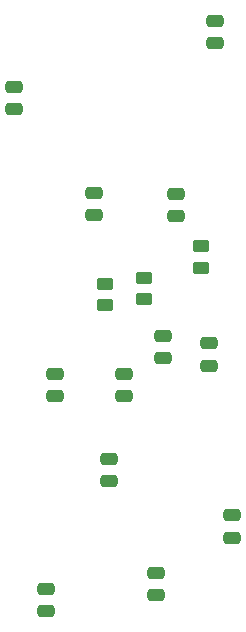
<source format=gbp>
%TF.GenerationSoftware,KiCad,Pcbnew,9.0.2*%
%TF.CreationDate,2025-06-15T15:40:31+02:00*%
%TF.ProjectId,HCP65 Coprocessor,48435036-3520-4436-9f70-726f63657373,V0*%
%TF.SameCoordinates,Original*%
%TF.FileFunction,Paste,Bot*%
%TF.FilePolarity,Positive*%
%FSLAX46Y46*%
G04 Gerber Fmt 4.6, Leading zero omitted, Abs format (unit mm)*
G04 Created by KiCad (PCBNEW 9.0.2) date 2025-06-15 15:40:31*
%MOMM*%
%LPD*%
G01*
G04 APERTURE LIST*
G04 Aperture macros list*
%AMRoundRect*
0 Rectangle with rounded corners*
0 $1 Rounding radius*
0 $2 $3 $4 $5 $6 $7 $8 $9 X,Y pos of 4 corners*
0 Add a 4 corners polygon primitive as box body*
4,1,4,$2,$3,$4,$5,$6,$7,$8,$9,$2,$3,0*
0 Add four circle primitives for the rounded corners*
1,1,$1+$1,$2,$3*
1,1,$1+$1,$4,$5*
1,1,$1+$1,$6,$7*
1,1,$1+$1,$8,$9*
0 Add four rect primitives between the rounded corners*
20,1,$1+$1,$2,$3,$4,$5,0*
20,1,$1+$1,$4,$5,$6,$7,0*
20,1,$1+$1,$6,$7,$8,$9,0*
20,1,$1+$1,$8,$9,$2,$3,0*%
G04 Aperture macros list end*
%ADD10RoundRect,0.250000X-0.475000X0.250000X-0.475000X-0.250000X0.475000X-0.250000X0.475000X0.250000X0*%
%ADD11RoundRect,0.250000X0.475000X-0.250000X0.475000X0.250000X-0.475000X0.250000X-0.475000X-0.250000X0*%
%ADD12RoundRect,0.250000X0.450000X-0.262500X0.450000X0.262500X-0.450000X0.262500X-0.450000X-0.262500X0*%
G04 APERTURE END LIST*
D10*
%TO.C,C6*%
X18669000Y-26752000D03*
X18669000Y-28652000D03*
%TD*%
D11*
%TO.C,C3*%
X11430000Y-31205000D03*
X11430000Y-29305000D03*
%TD*%
D10*
%TO.C,C18*%
X14153000Y-46172000D03*
X14153000Y-48072000D03*
%TD*%
D11*
%TO.C,C4*%
X8890000Y-15920000D03*
X8890000Y-14020000D03*
%TD*%
%TO.C,C20*%
X20574000Y-43225000D03*
X20574000Y-41325000D03*
%TD*%
D10*
%TO.C,C2*%
X15875000Y-14097000D03*
X15875000Y-15997000D03*
%TD*%
%TO.C,C19*%
X4846000Y-47514000D03*
X4846000Y-49414000D03*
%TD*%
%TO.C,C17*%
X10143000Y-36535000D03*
X10143000Y-38435000D03*
%TD*%
%TO.C,C5*%
X14732000Y-26117000D03*
X14732000Y-28017000D03*
%TD*%
D11*
%TO.C,C1*%
X5588000Y-31205000D03*
X5588000Y-29305000D03*
%TD*%
D10*
%TO.C,C21*%
X2159000Y-5035000D03*
X2159000Y-6935000D03*
%TD*%
%TO.C,C14*%
X19177000Y553000D03*
X19177000Y-1347000D03*
%TD*%
D12*
%TO.C,R1*%
X17917000Y-20343500D03*
X17917000Y-18518500D03*
%TD*%
%TO.C,R4*%
X9789000Y-23518500D03*
X9789000Y-21693500D03*
%TD*%
%TO.C,R3*%
X13091000Y-23010500D03*
X13091000Y-21185500D03*
%TD*%
M02*

</source>
